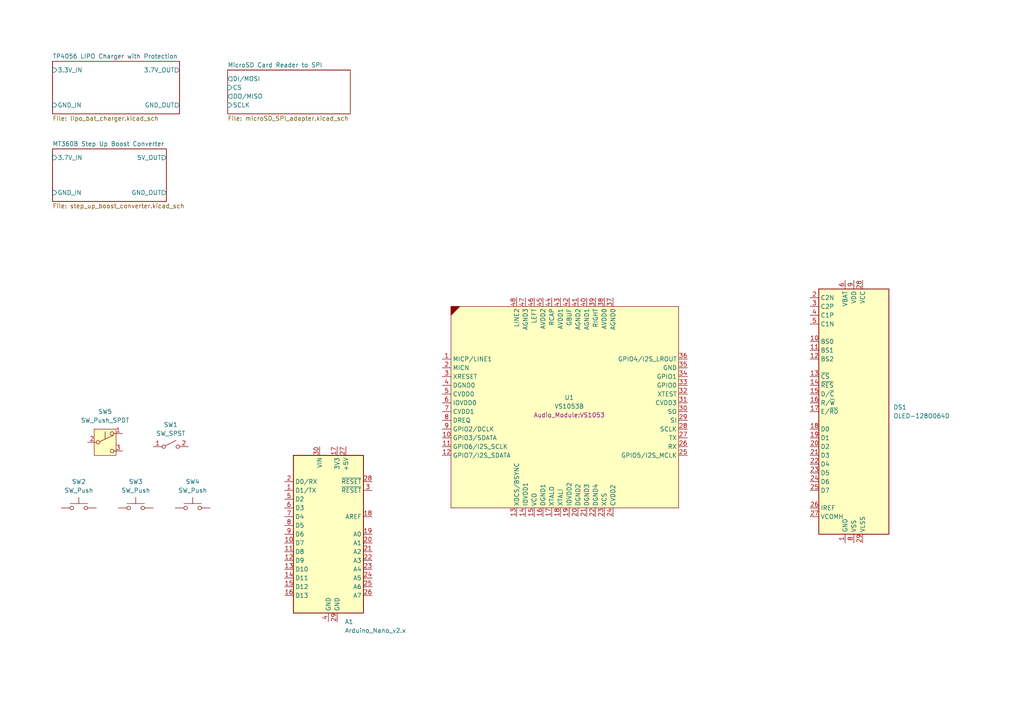
<source format=kicad_sch>
(kicad_sch (version 20250114) (generator "eeschema") (generator_version "9.0")
  (paper "A4")
  (title_block (title "Arduino Nano MP3 Player") (date "2025-02-16") (rev "1") (company "MYTech"))
  (lib_symbols
    (symbol "Audio:VS1053B"
      (property "Reference" "U" (at -0.508 6.604 0))
      (property "Value" "VS1053B" (at -0.762 3.302 0))
      (property "Footprint" "Audio_Module:VS1053" (at -0.762 0.762 0))
      (symbol "VS1053B_1_1"
        (rectangle (start -34.29 29.21) (end 31.75 -29.21) (fill (type background)))
        (polyline (pts (xy -34.29 29.21) (xy -34.29 26.67) (xy -31.75 29.21) (xy -34.29 29.21)) (fill (type outline)))
        (pin input line (at -36.83 13.97 0) (length 2.54) (name "MICP/LINE1") (number "1"))
        (pin input line (at -36.83 11.43 0) (length 2.54) (name "MICN") (number "2"))
        (pin input line (at -36.83 8.89 0) (length 2.54) (name "XRESET") (number "3"))
        (pin input line (at -36.83 6.35 0) (length 2.54) (name "DGND0") (number "4"))
        (pin input line (at -36.83 3.81 0) (length 2.54) (name "CVDD0") (number "5"))
        (pin input line (at -36.83 1.27 0) (length 2.54) (name "IOVDD0") (number "6"))
        (pin input line (at -36.83 -1.27 0) (length 2.54) (name "CVDD1") (number "7"))
        (pin output line (at -36.83 -3.81 0) (length 2.54) (name "DREQ") (number "8"))
        (pin bidirectional line (at -36.83 -6.35 0) (length 2.54) (name "GPIO2/DCLK") (number "9"))
        (pin bidirectional line (at -36.83 -8.89 0) (length 2.54) (name "GPIO3/SDATA") (number "10"))
        (pin bidirectional line (at -36.83 -11.43 0) (length 2.54) (name "GPIO6/I2S_SCLK") (number "11"))
        (pin bidirectional line (at -36.83 -13.97 0) (length 2.54) (name "GPIO7/I2S_SDATA") (number "12"))
        (pin input line (at -15.24 31.75 270) (length 2.54) (name "LINE2") (number "48"))
        (pin input line (at -15.24 -31.75 90) (length 2.54) (name "XDCS/BSYNC") (number "13"))
        (pin input line (at -12.7 31.75 270) (length 2.54) (name "AGND3") (number "47"))
        (pin input line (at -12.7 -31.75 90) (length 2.54) (name "IOVDD1") (number "14"))
        (pin output line (at -10.16 31.75 270) (length 2.54) (name "LEFT") (number "46"))
        (pin output line (at -10.16 -31.75 90) (length 2.54) (name "VCO") (number "15"))
        (pin input line (at -7.62 31.75 270) (length 2.54) (name "AVDD2") (number "45"))
        (pin input line (at -7.62 -31.75 90) (length 2.54) (name "DGND1") (number "16"))
        (pin bidirectional line (at -5.08 31.75 270) (length 2.54) (name "RCAP") (number "44"))
        (pin output line (at -5.08 -31.75 90) (length 2.54) (name "XTALO") (number "17"))
        (pin input line (at -2.54 31.75 270) (length 2.54) (name "AVDD1") (number "43"))
        (pin input line (at -2.54 -31.75 90) (length 2.54) (name "XTALI") (number "18"))
        (pin output line (at 0 31.75 270) (length 2.54) (name "GBUF") (number "42"))
        (pin input line (at 0 -31.75 90) (length 2.54) (name "IOVDD2") (number "19"))
        (pin input line (at 2.54 31.75 270) (length 2.54) (name "AGND2") (number "41"))
        (pin input line (at 2.54 -31.75 90) (length 2.54) (name "DGND2") (number "20"))
        (pin input line (at 5.08 31.75 270) (length 2.54) (name "AGND1") (number "40"))
        (pin input line (at 5.08 -31.75 90) (length 2.54) (name "DGND3") (number "21"))
        (pin output line (at 7.62 31.75 270) (length 2.54) (name "RIGHT") (number "39"))
        (pin input line (at 7.62 -31.75 90) (length 2.54) (name "DGND4") (number "22"))
        (pin input line (at 10.16 31.75 270) (length 2.54) (name "AVDD0") (number "38"))
        (pin input line (at 10.16 -31.75 90) (length 2.54) (name "XCS") (number "23"))
        (pin input line (at 12.7 31.75 270) (length 2.54) (name "AGND0") (number "37"))
        (pin input line (at 12.7 -31.75 90) (length 2.54) (name "CVDD2") (number "24"))
        (pin bidirectional line (at 34.29 13.97 180) (length 2.54) (name "GPIO4/I2S_LROUT") (number "36"))
        (pin input line (at 34.29 11.43 180) (length 2.54) (name "GND") (number "35"))
        (pin bidirectional line (at 34.29 8.89 180) (length 2.54) (name "GPIO1") (number "34"))
        (pin bidirectional line (at 34.29 6.35 180) (length 2.54) (name "GPIO0") (number "33"))
        (pin input line (at 34.29 3.81 180) (length 2.54) (name "XTEST") (number "32"))
        (pin input line (at 34.29 1.27 180) (length 2.54) (name "CVDD3") (number "31"))
        (pin output line (at 34.29 -1.27 180) (length 2.54) (name "SO") (number "30"))
        (pin input line (at 34.29 -3.81 180) (length 2.54) (name "SI") (number "29"))
        (pin input line (at 34.29 -6.35 180) (length 2.54) (name "SCLK") (number "28"))
        (pin output line (at 34.29 -8.89 180) (length 2.54) (name "TX") (number "27"))
        (pin input line (at 34.29 -11.43 180) (length 2.54) (name "RX") (number "26"))
        (pin bidirectional line (at 34.29 -13.97 180) (length 2.54) (name "GPIO5/I2S_MCLK") (number "25"))
      )
    )
    (symbol "Display_Graphic:OLED-128O064D"
      (property "Reference" "DS" (at -10.16 38.1 0))
      (property "Value" "OLED-128O064D" (at 12.7 38.1 0))
      (symbol "OLED-128O064D_0_1"
        (rectangle (start -10.16 35.56) (end 10.16 -35.56) (stroke (width 0.254)) (fill (type background)))
      )
      (symbol "OLED-128O064D_1_1"
        (pin passive line (at -12.7 33.02 0) (length 2.54) (name "C2N") (number "2"))
        (pin passive line (at -12.7 30.48 0) (length 2.54) (name "C2P") (number "3"))
        (pin passive line (at -12.7 27.94 0) (length 2.54) (name "C1P") (number "4"))
        (pin passive line (at -12.7 25.4 0) (length 2.54) (name "C1N") (number "5"))
        (pin input line (at -12.7 20.32 0) (length 2.54) (name "BS0") (number "10"))
        (pin input line (at -12.7 17.78 0) (length 2.54) (name "BS1") (number "11"))
        (pin input line (at -12.7 15.24 0) (length 2.54) (name "BS2") (number "12"))
        (pin input line (at -12.7 10.16 0) (length 2.54) (name "~{CS}") (number "13"))
        (pin input line (at -12.7 7.62 0) (length 2.54) (name "~{RES}") (number "14"))
        (pin input line (at -12.7 5.08 0) (length 2.54) (name "D/~{C}") (number "15"))
        (pin input line (at -12.7 2.54 0) (length 2.54) (name "R/~{W}") (number "16"))
        (pin input line (at -12.7 0 0) (length 2.54) (name "E/~{RD}") (number "17"))
        (pin bidirectional line (at -12.7 -5.08 0) (length 2.54) (name "D0") (number "18"))
        (pin bidirectional line (at -12.7 -7.62 0) (length 2.54) (name "D1") (number "19"))
        (pin bidirectional line (at -12.7 -10.16 0) (length 2.54) (name "D2") (number "20"))
        (pin bidirectional line (at -12.7 -12.7 0) (length 2.54) (name "D3") (number "21"))
        (pin bidirectional line (at -12.7 -15.24 0) (length 2.54) (name "D4") (number "22"))
        (pin bidirectional line (at -12.7 -17.78 0) (length 2.54) (name "D5") (number "23"))
        (pin bidirectional line (at -12.7 -20.32 0) (length 2.54) (name "D6") (number "24"))
        (pin bidirectional line (at -12.7 -22.86 0) (length 2.54) (name "D7") (number "25"))
        (pin passive line (at -12.7 -27.94 0) (length 2.54) (name "IREF") (number "26"))
        (pin passive line (at -12.7 -30.48 0) (length 2.54) (name "VCOMH") (number "27"))
        (pin power_in line (at -2.54 38.1 270) (length 2.54) (name "VBAT") (number "6"))
        (pin power_in line (at -2.54 -38.1 90) (length 2.54) (name "GND") (number "1"))
        (pin passive line (at -2.54 -38.1 90) (length 2.54) (hide yes) (name "GND") (number "30"))
        (pin power_in line (at 0 38.1 270) (length 2.54) (name "VDD") (number "9"))
        (pin power_in line (at 0 -38.1 90) (length 2.54) (name "VSS") (number "8"))
        (pin power_in line (at 2.54 38.1 270) (length 2.54) (name "VCC") (number "28"))
        (pin power_in line (at 2.54 -38.1 90) (length 2.54) (name "VLSS") (number "29"))
        (pin no_connect line (at 10.16 0 180) (length 2.54) (hide yes) (name "NC") (number "7"))
      )
    )
    (symbol "MCU_Module:Arduino_Nano_v2.x"
      (property "Reference" "A" (at -10.16 23.495 0))
      (property "Value" "Arduino_Nano_v2.x" (at 5.08 -24.13 0))
      (symbol "Arduino_Nano_v2.x_0_1"
        (rectangle (start -10.16 22.86) (end 10.16 -22.86) (stroke (width 0.254)) (fill (type background)))
      )
      (symbol "Arduino_Nano_v2.x_1_1"
        (pin bidirectional line (at -12.7 15.24 0) (length 2.54) (name "D0/RX") (number "2"))
        (pin bidirectional line (at -12.7 12.7 0) (length 2.54) (name "D1/TX") (number "1"))
        (pin bidirectional line (at -12.7 10.16 0) (length 2.54) (name "D2") (number "5"))
        (pin bidirectional line (at -12.7 7.62 0) (length 2.54) (name "D3") (number "6"))
        (pin bidirectional line (at -12.7 5.08 0) (length 2.54) (name "D4") (number "7"))
        (pin bidirectional line (at -12.7 2.54 0) (length 2.54) (name "D5") (number "8"))
        (pin bidirectional line (at -12.7 0 0) (length 2.54) (name "D6") (number "9"))
        (pin bidirectional line (at -12.7 -2.54 0) (length 2.54) (name "D7") (number "10"))
        (pin bidirectional line (at -12.7 -5.08 0) (length 2.54) (name "D8") (number "11"))
        (pin bidirectional line (at -12.7 -7.62 0) (length 2.54) (name "D9") (number "12"))
        (pin bidirectional line (at -12.7 -10.16 0) (length 2.54) (name "D10") (number "13"))
        (pin bidirectional line (at -12.7 -12.7 0) (length 2.54) (name "D11") (number "14"))
        (pin bidirectional line (at -12.7 -15.24 0) (length 2.54) (name "D12") (number "15"))
        (pin bidirectional line (at -12.7 -17.78 0) (length 2.54) (name "D13") (number "16"))
        (pin power_in line (at -2.54 25.4 270) (length 2.54) (name "VIN") (number "30"))
        (pin power_in line (at 0 -25.4 90) (length 2.54) (name "GND") (number "4"))
        (pin power_out line (at 2.54 25.4 270) (length 2.54) (name "3V3") (number "17"))
        (pin power_in line (at 2.54 -25.4 90) (length 2.54) (name "GND") (number "29"))
        (pin power_out line (at 5.08 25.4 270) (length 2.54) (name "+5V") (number "27"))
        (pin input line (at 12.7 15.24 180) (length 2.54) (name "~{RESET}") (number "28"))
        (pin input line (at 12.7 12.7 180) (length 2.54) (name "~{RESET}") (number "3"))
        (pin input line (at 12.7 5.08 180) (length 2.54) (name "AREF") (number "18"))
        (pin bidirectional line (at 12.7 0 180) (length 2.54) (name "A0") (number "19"))
        (pin bidirectional line (at 12.7 -2.54 180) (length 2.54) (name "A1") (number "20"))
        (pin bidirectional line (at 12.7 -5.08 180) (length 2.54) (name "A2") (number "21"))
        (pin bidirectional line (at 12.7 -7.62 180) (length 2.54) (name "A3") (number "22"))
        (pin bidirectional line (at 12.7 -10.16 180) (length 2.54) (name "A4") (number "23"))
        (pin bidirectional line (at 12.7 -12.7 180) (length 2.54) (name "A5") (number "24"))
        (pin bidirectional line (at 12.7 -15.24 180) (length 2.54) (name "A6") (number "25"))
        (pin bidirectional line (at 12.7 -17.78 180) (length 2.54) (name "A7") (number "26"))
      )
    )
    (symbol "Switch:SW_Push" (pin_numbers (hide yes)) (pin_names (offset 1.016) (hide yes))
      (property "Reference" "SW" (at 1.27 2.54 0))
      (property "Value" "SW_Push" (at 0 -1.524 0))
      (symbol "SW_Push_0_1"
        (circle (center -2.032 0) (radius 0.508))
        (polyline (pts (xy 0 1.27) (xy 0 3.048)))
        (circle (center 2.032 0) (radius 0.508))
        (polyline (pts (xy 2.54 1.27) (xy -2.54 1.27)))
        (pin passive line (at -5.08 0 0) (length 2.54) (name "1") (number "1"))
        (pin passive line (at 5.08 0 180) (length 2.54) (name "2") (number "2"))
      )
    )
    (symbol "Switch:SW_Push_SPDT" (pin_names (offset 0) (hide yes))
      (property "Reference" "SW" (at 0 5.08 0))
      (property "Value" "SW_Push_SPDT" (at 0 -5.08 0))
      (symbol "SW_Push_SPDT_0_0"
        (circle (center -2.032 0) (radius 0.508))
        (polyline (pts (xy 0 1.016) (xy 0 3.048)))
        (circle (center 2.032 -2.54) (radius 0.508))
      )
      (symbol "SW_Push_SPDT_0_1"
        (polyline (pts (xy -1.524 0.2032) (xy 2.3368 1.9812)))
        (circle (center 2.032 2.54) (radius 0.508))
      )
      (symbol "SW_Push_SPDT_1_1"
        (rectangle (start -3.175 3.81) (end 3.175 -3.81) (fill (type background)))
        (pin passive line (at -5.08 0 0) (length 2.54) (name "B") (number "2"))
        (pin passive line (at 5.08 2.54 180) (length 2.54) (name "A") (number "1"))
        (pin passive line (at 5.08 -2.54 180) (length 2.54) (name "C") (number "3"))
      )
    )
    (symbol "Switch:SW_SPST" (pin_names (offset 0) (hide yes))
      (property "Reference" "SW" (at 0 3.175 0))
      (property "Value" "SW_SPST" (at 0 -2.54 0))
      (symbol "SW_SPST_0_0"
        (circle (center -2.032 0) (radius 0.508))
        (polyline (pts (xy -1.524 0.254) (xy 1.524 1.778)))
        (circle (center 2.032 0) (radius 0.508))
      )
      (symbol "SW_SPST_1_1"
        (pin passive line (at -5.08 0 0) (length 2.54) (name "A") (number "1"))
        (pin passive line (at 5.08 0 180) (length 2.54) (name "B") (number "2"))
      )
    )
  )
  (symbol (lib_id "Switch:SW_Push_SPDT") (at 30.48 128.27 0) (unit 1)
    (property "Reference" "SW5" (at 30.48 119.38 0))
    (property "Value" "SW_Push_SPDT" (at 30.48 121.92 0))
    (property "Description" "Momentary Switch, single pole double throw" (effects (hide yes)))
  )
  (symbol (lib_id "Switch:SW_Push") (at 39.37 147.32 0) (unit 1)
    (property "Reference" "SW3" (at 39.37 139.7 0))
    (property "Value" "SW_Push" (at 39.37 142.24 0))
    (property "Description" "Push button switch, generic, two pins" (effects (hide yes)))
  )
  (symbol (lib_id "Audio:VS1053B") (at 165.1 118.11 0) (unit 1)
    (property "Reference" "U1" (at 165.1 115.316 0))
    (property "Value" "VS1053B" (at 165.1 117.856 0))
    (property "Footprint" "Audio_Module:VS1053" (at 165.1 120.396 0))
  )
  (symbol (lib_id "Switch:SW_Push") (at 55.88 147.32 0) (unit 1)
    (property "Reference" "SW4" (at 55.88 139.7 0))
    (property "Value" "SW_Push" (at 55.88 142.24 0))
    (property "Description" "Push button switch, generic, two pins" (effects (hide yes)))
  )
  (symbol (lib_id "Switch:SW_SPST") (at 49.53 129.54 0) (unit 1)
    (property "Reference" "SW1" (at 49.53 123.19 0))
    (property "Value" "SW_SPST" (at 49.53 125.73 0))
    (property "Description" "Single Pole Single Throw (SPST) switch" (effects (hide yes)))
  )
  (symbol (lib_id "Display_Graphic:OLED-128O064D") (at 247.65 119.38 0) (unit 1)
    (property "Reference" "DS1" (at 259.08 118.1099 0) (effects (justify left)))
    (property "Value" "OLED-128O064D" (at 259.08 120.6499 0) (effects (justify left)))
    (property "Footprint" "Display:OLED-128O064D" (effects (hide yes)))
    (property "Datasheet" "https://www.vishay.com/docs/37902/oled128o064dbpp3n00000.pdf" (effects (hide yes)))
    (property "Description" "OLED display 128x64" (effects (hide yes)))
  )
  (symbol (lib_id "Switch:SW_Push") (at 22.86 147.32 0) (unit 1)
    (property "Reference" "SW2" (at 22.86 139.7 0))
    (property "Value" "SW_Push" (at 22.86 142.24 0))
    (property "Description" "Push button switch, generic, two pins" (effects (hide yes)))
  )
  (symbol (lib_id "MCU_Module:Arduino_Nano_v2.x") (at 95.25 154.94 0) (unit 1)
    (property "Reference" "A1" (at 99.9841 180.34 0) (effects (justify left)))
    (property "Value" "Arduino_Nano_v2.x" (at 99.9841 182.88 0) (effects (justify left)))
    (property "Footprint" "Module:Arduino_Nano" (effects (hide yes)))
    (property "Datasheet" "https://www.arduino.cc/en/uploads/Main/ArduinoNanoManual23.pdf" (effects (hide yes)))
    (property "Description" "Arduino Nano v2.x" (effects (hide yes)))
  )
  (sheet (at 66.04 20.32) (size 35.56 12.7) (stroke (width 0.1524))
    (property "Sheetname" "MicroSD Card Reader to SPI" (at 66.04 19.6084 0) (effects (justify left bottom)))
    (property "Sheetfile" "microSD_SPI_adapter.kicad_sch" (at 66.04 33.6046 0) (effects (justify left top)))
    (pin "DI{slash}MOSI" output (at 66.04 22.86 180))
    (pin "CS" input (at 66.04 25.4 180))
    (pin "DO{slash}MISO" output (at 66.04 27.94 180))
    (pin "SCLK" input (at 66.04 30.48 180))
  )
  (sheet (at 15.24 17.78) (size 36.83 15.24) (stroke (width 0.1524))
    (property "Sheetname" "TP4056 LIPO Charger with Protection" (at 15.24 17.0684 0) (effects (justify left bottom)))
    (property "Sheetfile" "lipo_bat_charger.kicad_sch" (at 15.24 33.6046 0) (effects (justify left top)))
    (pin "3.7V_OUT" output (at 52.07 20.32 0))
    (pin "3.3V_IN" input (at 15.24 20.32 180))
    (pin "GND_IN" input (at 15.24 30.48 180))
    (pin "GND_OUT" output (at 52.07 30.48 0))
  )
  (sheet (at 15.24 43.18) (size 33.02 15.24) (stroke (width 0.1524))
    (property "Sheetname" "MT360B Step Up Boost Converter" (at 15.24 42.4684 0) (effects (justify left bottom)))
    (property "Sheetfile" "step_up_boost_converter.kicad_sch" (at 15.24 59.0046 0) (effects (justify left top)))
    (pin "GND_OUT" output (at 48.26 55.88 0))
    (pin "GND_IN" input (at 15.24 55.88 180))
    (pin "5V_OUT" output (at 48.26 45.72 0))
    (pin "3.7V_IN" input (at 15.24 45.72 180))
  )
)
</source>
